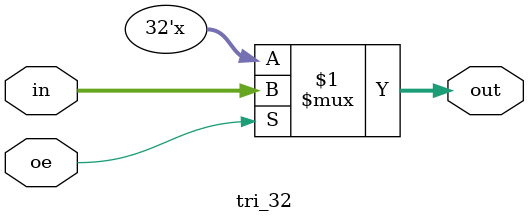
<source format=v>
module tri_32(out, oe, in);

input [31:0] in;
input oe;

output [31:0] out;

assign out = oe ? in : 32'bz;

endmodule
</source>
